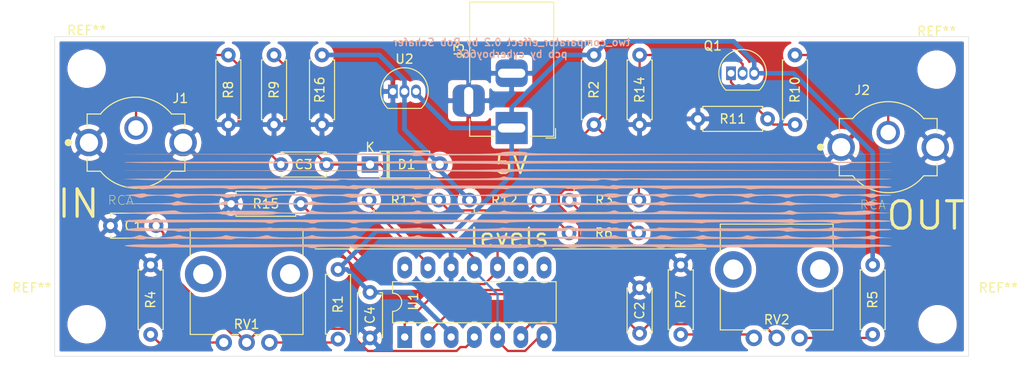
<source format=kicad_pcb>
(kicad_pcb (version 20171130) (host pcbnew "(5.1.4-0-10_14)")
  (title_block (title 2comparatorFX) (date 2020-06-13) (company "circuit designed by Rob Schafer"))
  (layers (0 F.Cu signal) (31 B.Cu signal) (34 B.Paste user) (35 F.Paste user) (36 B.SilkS user) (37 F.SilkS user) (38 B.Mask user) (39 F.Mask user) (44 Edge.Cuts user))
  (net 0 "")
  (net 1 GND)
  (net 2 "Net-(C1-Pad2)")
  (net 3 "Net-(C2-Pad2)")
  (net 4 "Net-(C3-Pad1)")
  (net 5 "Net-(C3-Pad2)")
  (net 6 +1.25V)
  (net 7 "Net-(J2-Pad1)")
  (net 8 +5V)
  (net 9 "Net-(Q1-Pad1)")
  (net 10 "Net-(Q1-Pad2)")
  (net 11 "Net-(R1-Pad2)")
  (net 12 "Net-(R3-Pad1)")
  (net 13 "Net-(R4-Pad2)")
  (net 14 "Net-(R5-Pad2)")
  (net 15 "Net-(R6-Pad1)")
  (net 16 "Net-(R7-Pad2)")
  (net 17 "Net-(R12-Pad1)")
  (net 18 "Net-(R13-Pad1)")
  (net 19 "Net-(U1-Pad8)")
  (net 20 "Net-(U1-Pad9)")
  (net 21 "Net-(U1-Pad14)")
  (module project_parts:scanlines (layer B.Cu) (at 139.5 63 180)
    (fp_text reference G*** hide)
    (fp_text value LOGO hide)
  )
  (module MountingHole:MountingHole_3.2mm_M3 (layer F.Cu) (at 186.6 76.5)
    (fp_text reference REF** (at 6.65 -4) (layer F.SilkS))
    (fp_text value MountingHole_3.2mm_M3)
    (pad 1 np_thru_hole circle (at 0 0) (size 3.2 3.2) (drill 3.2) (layers *.Cu *.Mask))
  )
  (module MountingHole:MountingHole_3.2mm_M3 (layer F.Cu) (at 93.5 76.5)
    (fp_text reference REF** (at -6 -4) (layer F.SilkS))
    (fp_text value MountingHole_3.2mm_M3)
    (pad 1 np_thru_hole circle (at 0 0) (size 3.2 3.2) (drill 3.2) (layers *.Cu *.Mask))
  )
  (module MountingHole:MountingHole_3.2mm_M3 (layer F.Cu) (at 186.5 48.6)
    (fp_text reference REF** (at 0 -4.2) (layer F.SilkS))
    (fp_text value MountingHole_3.2mm_M3)
    (pad 1 np_thru_hole circle (at 0 0) (size 3.2 3.2) (drill 3.2) (layers *.Cu *.Mask))
  )
  (module MountingHole:MountingHole_3.2mm_M3 (layer F.Cu) (at 93.5 48.5)
    (fp_text reference REF** (at 0 -4.2) (layer F.SilkS))
    (fp_text value MountingHole_3.2mm_M3)
    (pad 1 np_thru_hole circle (at 0 0) (size 3.2 3.2) (drill 3.2) (layers *.Cu *.Mask))
  )
  (module Capacitor_THT:C_Disc_D4.7mm_W2.5mm_P5.00mm (layer F.Cu) (at 96.1 65.7)
    (fp_text reference C1 (at 2.5 0) (layer F.SilkS))
    (fp_text value 1u)
    (pad 1 thru_hole circle (at 0 0) (size 1.6 1.6) (drill 0.8) (layers *.Cu *.Mask) (net 1 GND))
    (pad 2 thru_hole circle (at 5 0) (size 1.6 1.6) (drill 0.8) (layers *.Cu *.Mask) (net 2 "Net-(C1-Pad2)"))
  )
  (module Capacitor_THT:C_Disc_D4.7mm_W2.5mm_P5.00mm (layer F.Cu) (at 154 72.5 270)
    (fp_text reference C2 (at 2.5 0 90) (layer F.SilkS))
    (fp_text value 1u)
    (pad 2 thru_hole circle (at 5 0 270) (size 1.6 1.6) (drill 0.8) (layers *.Cu *.Mask) (net 3 "Net-(C2-Pad2)"))
    (pad 1 thru_hole circle (at 0 0 270) (size 1.6 1.6) (drill 0.8) (layers *.Cu *.Mask) (net 1 GND))
  )
  (module Capacitor_THT:C_Disc_D4.7mm_W2.5mm_P5.00mm (layer F.Cu) (at 119.75 59 180)
    (fp_text reference C3 (at 2.5 0) (layer F.SilkS))
    (fp_text value 1u)
    (pad 1 thru_hole circle (at 0 0 180) (size 1.6 1.6) (drill 0.8) (layers *.Cu *.Mask) (net 4 "Net-(C3-Pad1)"))
    (pad 2 thru_hole circle (at 5 0 180) (size 1.6 1.6) (drill 0.8) (layers *.Cu *.Mask) (net 5 "Net-(C3-Pad2)"))
  )
  (module Diode_THT:D_A-405_P7.62mm_Horizontal (layer F.Cu) (at 124.5 59)
    (fp_text reference D1 (at 4 0) (layer F.SilkS))
    (fp_text value 1n914)
    (fp_text user K (at 0 -1.9) (layer F.SilkS))
    (pad 1 thru_hole rect (at 0 0) (size 1.8 1.8) (drill 0.9) (layers *.Cu *.Mask) (net 4 "Net-(C3-Pad1)"))
    (pad 2 thru_hole oval (at 7.62 0) (size 1.8 1.8) (drill 0.9) (layers *.Cu *.Mask) (net 6 +1.25V))
  )
  (module lib_fp:RCJ-024 (layer F.Cu) (at 98.9 56.6)
    (fp_text reference J1 (at 4.85 -4.85) (layer F.SilkS) (effects (font (size 1.00143 1.00143))))
    (fp_text value RCA (at -1.67672 6.32154) (layer F.SilkS) (effects (font (size 1.00104 1.00104) (thickness 0.05))))
    (pad 2 thru_hole circle (at -5.15 0) (size 3 3) (drill 2) (layers *.Cu *.Mask) (net 1 GND))
    (pad 2 thru_hole circle (at 5.15 0) (size 3 3) (drill 2) (layers *.Cu *.Mask) (net 1 GND))
    (pad 1 thru_hole circle (at 0 -1.6) (size 2.55 2.55) (drill 1.7) (layers *.Cu *.Mask) (net 5 "Net-(C3-Pad2)"))
  )
  (module lib_fp:RCJ-024 (layer F.Cu) (at 181.2 57.1)
    (fp_text reference J2 (at -2.84404 -6.24388) (layer F.SilkS) (effects (font (size 1.00143 1.00143))))
    (fp_text value RCA (at -1.67672 6.32154) (layer F.SilkS) (effects (font (size 1.00104 1.00104) (thickness 0.05))))
    (pad 1 thru_hole circle (at 0 -1.6) (size 2.55 2.55) (drill 1.7) (layers *.Cu *.Mask) (net 7 "Net-(J2-Pad1)"))
    (pad 2 thru_hole circle (at 5.15 0) (size 3 3) (drill 2) (layers *.Cu *.Mask) (net 1 GND))
    (pad 2 thru_hole circle (at -5.15 0) (size 3 3) (drill 2) (layers *.Cu *.Mask) (net 1 GND))
  )
  (module Connector_BarrelJack:BarrelJack_Horizontal (layer F.Cu) (at 140 55 270)
    (fp_text reference J3 (at -8.45 5.75 90) (layer F.SilkS))
    (fp_text value Barrel_Jack)
    (pad 1 thru_hole rect (at 0 0 270) (size 3.5 3.5) (drill oval 1 3) (layers *.Cu *.Mask) (net 8 +5V))
    (pad 2 thru_hole roundrect (at -6 0 270) (size 3 3.5) (drill oval 1 3) (layers *.Cu *.Mask) (net 1 GND))
    (pad 3 thru_hole roundrect (at -3 4.7 270) (size 3.5 3.5) (drill oval 3 1) (layers *.Cu *.Mask) (net 1 GND))
  )
  (module Package_TO_SOT_THT:TO-92_Inline (layer F.Cu) (at 164 49)
    (fp_text reference Q1 (at -2 -3) (layer F.SilkS))
    (fp_text value 2N3904)
    (pad 1 thru_hole rect (at 0 0) (size 1.05 1.5) (drill 0.75) (layers *.Cu *.Mask) (net 9 "Net-(Q1-Pad1)"))
    (pad 3 thru_hole oval (at 2.54 0) (size 1.05 1.5) (drill 0.75) (layers *.Cu *.Mask) (net 8 +5V))
    (pad 2 thru_hole oval (at 1.27 0) (size 1.05 1.5) (drill 0.75) (layers *.Cu *.Mask) (net 10 "Net-(Q1-Pad2)"))
  )
  (module Resistor_THT:R_Axial_DIN0207_L6.3mm_D2.5mm_P7.62mm_Horizontal (layer F.Cu) (at 121 70.5 270)
    (fp_text reference R1 (at 3.81 0 90) (layer F.SilkS))
    (fp_text value 4.7k)
    (pad 1 thru_hole circle (at 0 0 270) (size 1.6 1.6) (drill 0.8) (layers *.Cu *.Mask) (net 8 +5V))
    (pad 2 thru_hole oval (at 7.62 0 270) (size 1.6 1.6) (drill 0.8) (layers *.Cu *.Mask) (net 11 "Net-(R1-Pad2)"))
  )
  (module Resistor_THT:R_Axial_DIN0207_L6.3mm_D2.5mm_P7.62mm_Horizontal (layer F.Cu) (at 149 47 270)
    (fp_text reference R2 (at 3.81 0 90) (layer F.SilkS))
    (fp_text value 1k)
    (pad 2 thru_hole oval (at 7.62 0 270) (size 1.6 1.6) (drill 0.8) (layers *.Cu *.Mask) (net 10 "Net-(Q1-Pad2)"))
    (pad 1 thru_hole circle (at 0 0 270) (size 1.6 1.6) (drill 0.8) (layers *.Cu *.Mask) (net 8 +5V))
  )
  (module Resistor_THT:R_Axial_DIN0207_L6.3mm_D2.5mm_P7.62mm_Horizontal (layer F.Cu) (at 146.3 62.9)
    (fp_text reference R3 (at 3.81 0) (layer F.SilkS))
    (fp_text value 1.2k)
    (pad 1 thru_hole circle (at 0 0) (size 1.6 1.6) (drill 0.8) (layers *.Cu *.Mask) (net 12 "Net-(R3-Pad1)"))
    (pad 2 thru_hole oval (at 7.62 0) (size 1.6 1.6) (drill 0.8) (layers *.Cu *.Mask) (net 10 "Net-(Q1-Pad2)"))
  )
  (module Resistor_THT:R_Axial_DIN0207_L6.3mm_D2.5mm_P7.62mm_Horizontal (layer F.Cu) (at 100.5 70 270)
    (fp_text reference R4 (at 3.81 0 90) (layer F.SilkS))
    (fp_text value 1.2k)
    (pad 2 thru_hole oval (at 7.62 0 270) (size 1.6 1.6) (drill 0.8) (layers *.Cu *.Mask) (net 13 "Net-(R4-Pad2)"))
    (pad 1 thru_hole circle (at 0 0 270) (size 1.6 1.6) (drill 0.8) (layers *.Cu *.Mask) (net 1 GND))
  )
  (module Resistor_THT:R_Axial_DIN0207_L6.3mm_D2.5mm_P7.62mm_Horizontal (layer F.Cu) (at 179.5 70 270)
    (fp_text reference R5 (at 3.81 0 90) (layer F.SilkS))
    (fp_text value 4.7k)
    (pad 2 thru_hole oval (at 7.62 0 270) (size 1.6 1.6) (drill 0.8) (layers *.Cu *.Mask) (net 14 "Net-(R5-Pad2)"))
    (pad 1 thru_hole circle (at 0 0 270) (size 1.6 1.6) (drill 0.8) (layers *.Cu *.Mask) (net 8 +5V))
  )
  (module Resistor_THT:R_Axial_DIN0207_L6.3mm_D2.5mm_P7.62mm_Horizontal (layer F.Cu) (at 153.9 66.5 180)
    (fp_text reference R6 (at 3.81 0) (layer F.SilkS))
    (fp_text value 680)
    (pad 2 thru_hole oval (at 7.62 0 180) (size 1.6 1.6) (drill 0.8) (layers *.Cu *.Mask) (net 10 "Net-(Q1-Pad2)"))
    (pad 1 thru_hole circle (at 0 0 180) (size 1.6 1.6) (drill 0.8) (layers *.Cu *.Mask) (net 15 "Net-(R6-Pad1)"))
  )
  (module Resistor_THT:R_Axial_DIN0207_L6.3mm_D2.5mm_P7.62mm_Horizontal (layer F.Cu) (at 158.5 70 270)
    (fp_text reference R7 (at 3.81 0 90) (layer F.SilkS))
    (fp_text value 1.2k)
    (pad 1 thru_hole circle (at 0 0 270) (size 1.6 1.6) (drill 0.8) (layers *.Cu *.Mask) (net 1 GND))
    (pad 2 thru_hole oval (at 7.62 0 270) (size 1.6 1.6) (drill 0.8) (layers *.Cu *.Mask) (net 16 "Net-(R7-Pad2)"))
  )
  (module Resistor_THT:R_Axial_DIN0207_L6.3mm_D2.5mm_P7.62mm_Horizontal (layer F.Cu) (at 109 47 270)
    (fp_text reference R8 (at 3.81 0 90) (layer F.SilkS))
    (fp_text value 75)
    (pad 1 thru_hole circle (at 0 0 270) (size 1.6 1.6) (drill 0.8) (layers *.Cu *.Mask) (net 5 "Net-(C3-Pad2)"))
    (pad 2 thru_hole oval (at 7.62 0 270) (size 1.6 1.6) (drill 0.8) (layers *.Cu *.Mask) (net 1 GND))
  )
  (module Resistor_THT:R_Axial_DIN0207_L6.3mm_D2.5mm_P7.62mm_Horizontal (layer F.Cu) (at 114 47 270)
    (fp_text reference R9 (at 3.81 0 90) (layer F.SilkS))
    (fp_text value 150k)
    (pad 2 thru_hole oval (at 7.62 0 270) (size 1.6 1.6) (drill 0.8) (layers *.Cu *.Mask) (net 1 GND))
    (pad 1 thru_hole circle (at 0 0 270) (size 1.6 1.6) (drill 0.8) (layers *.Cu *.Mask) (net 4 "Net-(C3-Pad1)"))
  )
  (module Resistor_THT:R_Axial_DIN0207_L6.3mm_D2.5mm_P7.62mm_Horizontal (layer F.Cu) (at 171 47 270)
    (fp_text reference R10 (at 3.81 0 90) (layer F.SilkS))
    (fp_text value 75)
    (pad 2 thru_hole oval (at 7.62 0 270) (size 1.6 1.6) (drill 0.8) (layers *.Cu *.Mask) (net 9 "Net-(Q1-Pad1)"))
    (pad 1 thru_hole circle (at 0 0 270) (size 1.6 1.6) (drill 0.8) (layers *.Cu *.Mask) (net 7 "Net-(J2-Pad1)"))
  )
  (module Resistor_THT:R_Axial_DIN0207_L6.3mm_D2.5mm_P7.62mm_Horizontal (layer F.Cu) (at 168 54 180)
    (fp_text reference R11 (at 3.81 0) (layer F.SilkS))
    (fp_text value 47)
    (pad 1 thru_hole circle (at 0 0 180) (size 1.6 1.6) (drill 0.8) (layers *.Cu *.Mask) (net 9 "Net-(Q1-Pad1)"))
    (pad 2 thru_hole oval (at 7.62 0 180) (size 1.6 1.6) (drill 0.8) (layers *.Cu *.Mask) (net 1 GND))
  )
  (module Resistor_THT:R_Axial_DIN0207_L6.3mm_D2.5mm_P7.62mm_Horizontal (layer F.Cu) (at 143 62.9 180)
    (fp_text reference R12 (at 3.81 0) (layer F.SilkS))
    (fp_text value 470)
    (pad 1 thru_hole circle (at 0 0 180) (size 1.6 1.6) (drill 0.8) (layers *.Cu *.Mask) (net 17 "Net-(R12-Pad1)"))
    (pad 2 thru_hole oval (at 7.62 0 180) (size 1.6 1.6) (drill 0.8) (layers *.Cu *.Mask) (net 6 +1.25V))
  )
  (module Resistor_THT:R_Axial_DIN0207_L6.3mm_D2.5mm_P7.62mm_Horizontal (layer F.Cu) (at 124.4 62.9)
    (fp_text reference R13 (at 3.81 0) (layer F.SilkS))
    (fp_text value 180)
    (pad 1 thru_hole circle (at 0 0) (size 1.6 1.6) (drill 0.8) (layers *.Cu *.Mask) (net 18 "Net-(R13-Pad1)"))
    (pad 2 thru_hole oval (at 7.62 0) (size 1.6 1.6) (drill 0.8) (layers *.Cu *.Mask) (net 10 "Net-(Q1-Pad2)"))
  )
  (module Resistor_THT:R_Axial_DIN0207_L6.3mm_D2.5mm_P7.62mm_Horizontal (layer F.Cu) (at 154 47 270)
    (fp_text reference R14 (at 3.81 0 90) (layer F.SilkS))
    (fp_text value 1.5k)
    (pad 2 thru_hole oval (at 7.62 0 270) (size 1.6 1.6) (drill 0.8) (layers *.Cu *.Mask) (net 1 GND))
    (pad 1 thru_hole circle (at 0 0 270) (size 1.6 1.6) (drill 0.8) (layers *.Cu *.Mask) (net 10 "Net-(Q1-Pad2)"))
  )
  (module Resistor_THT:R_Axial_DIN0207_L6.3mm_D2.5mm_P7.62mm_Horizontal (layer F.Cu) (at 109.3 63.3)
    (fp_text reference R15 (at 3.81 0) (layer F.SilkS))
    (fp_text value 1k)
    (pad 2 thru_hole oval (at 7.62 0) (size 1.6 1.6) (drill 0.8) (layers *.Cu *.Mask) (net 17 "Net-(R12-Pad1)"))
    (pad 1 thru_hole circle (at 0 0) (size 1.6 1.6) (drill 0.8) (layers *.Cu *.Mask) (net 1 GND))
  )
  (module Resistor_THT:R_Axial_DIN0207_L6.3mm_D2.5mm_P7.62mm_Horizontal (layer F.Cu) (at 119.25 47 270)
    (fp_text reference R16 (at 3.81 0.25 90) (layer F.SilkS))
    (fp_text value 100)
    (pad 1 thru_hole circle (at 0 0 270) (size 1.6 1.6) (drill 0.8) (layers *.Cu *.Mask) (net 6 +1.25V))
    (pad 2 thru_hole oval (at 7.62 0 270) (size 1.6 1.6) (drill 0.8) (layers *.Cu *.Mask) (net 1 GND))
  )
  (module lib_fp:Potentiometer_Vertical_Large (layer F.Cu) (at 113.5 78.5 90)
    (fp_text reference RV1 (at 2 -2.5 180) (layer F.SilkS))
    (fp_text value 1k)
    (pad "" np_thru_hole circle (at 7.5 2.25 90) (size 4 4) (drill 2.2) (layers *.Cu *.Mask))
    (pad "" np_thru_hole circle (at 7.5 -7.25 90) (size 4 4) (drill 2.2) (layers *.Cu *.Mask))
    (pad 1 thru_hole circle (at 0 0 90) (size 1.8 1.8) (drill 1) (layers *.Cu *.Mask) (net 11 "Net-(R1-Pad2)"))
    (pad 2 thru_hole circle (at 0 -2.5 90) (size 1.8 1.8) (drill 1) (layers *.Cu *.Mask) (net 2 "Net-(C1-Pad2)"))
    (pad 3 thru_hole circle (at 0 -5 90) (size 1.8 1.8) (drill 1) (layers *.Cu *.Mask) (net 13 "Net-(R4-Pad2)"))
  )
  (module lib_fp:Potentiometer_Vertical_Large (layer F.Cu) (at 171.5 78 90)
    (fp_text reference RV2 (at 2 -2.5 180) (layer F.SilkS))
    (fp_text value 1k)
    (pad 3 thru_hole circle (at 0 -5 90) (size 1.8 1.8) (drill 1) (layers *.Cu *.Mask) (net 16 "Net-(R7-Pad2)"))
    (pad 2 thru_hole circle (at 0 -2.5 90) (size 1.8 1.8) (drill 1) (layers *.Cu *.Mask) (net 3 "Net-(C2-Pad2)"))
    (pad 1 thru_hole circle (at 0 0 90) (size 1.8 1.8) (drill 1) (layers *.Cu *.Mask) (net 14 "Net-(R5-Pad2)"))
    (pad "" np_thru_hole circle (at 7.5 -7.25 90) (size 4 4) (drill 2.2) (layers *.Cu *.Mask))
    (pad "" np_thru_hole circle (at 7.5 2.25 90) (size 4 4) (drill 2.2) (layers *.Cu *.Mask))
  )
  (module Package_TO_SOT_THT:TO-92_Inline (layer F.Cu) (at 127 51)
    (fp_text reference U2 (at 1.27 -3.56) (layer F.SilkS))
    (fp_text value LM317)
    (pad 2 thru_hole oval (at 1.27 0) (size 1.05 1.5) (drill 0.75) (layers *.Cu *.Mask) (net 6 +1.25V))
    (pad 3 thru_hole oval (at 2.54 0) (size 1.05 1.5) (drill 0.75) (layers *.Cu *.Mask) (net 8 +5V))
    (pad 1 thru_hole rect (at 0 0) (size 1.05 1.5) (drill 0.75) (layers *.Cu *.Mask) (net 1 GND))
  )
  (module Capacitor_THT:C_Disc_D4.7mm_W2.5mm_P5.00mm (layer F.Cu) (at 124.5 73 270)
    (fp_text reference C4 (at 2.5 0 90) (layer F.SilkS))
    (fp_text value 0.1u)
    (pad 1 thru_hole circle (at 0 0 270) (size 1.6 1.6) (drill 0.8) (layers *.Cu *.Mask) (net 8 +5V))
    (pad 2 thru_hole circle (at 5 0 270) (size 1.6 1.6) (drill 0.8) (layers *.Cu *.Mask) (net 1 GND))
  )
  (module Package_DIP:DIP-14_W7.62mm_LongPads (layer F.Cu) (at 128.3 77.9 90)
    (fp_text reference U1 (at 3.9 0.95 90) (layer F.SilkS))
    (fp_text value LM339)
    (pad 1 thru_hole rect (at 0 0 90) (size 2.4 1.6) (drill 0.8) (layers *.Cu *.Mask) (net 15 "Net-(R6-Pad1)"))
    (pad 8 thru_hole oval (at 7.62 15.24 90) (size 2.4 1.6) (drill 0.8) (layers *.Cu *.Mask) (net 19 "Net-(U1-Pad8)"))
    (pad 2 thru_hole oval (at 0 2.54 90) (size 2.4 1.6) (drill 0.8) (layers *.Cu *.Mask) (net 12 "Net-(R3-Pad1)"))
    (pad 9 thru_hole oval (at 7.62 12.7 90) (size 2.4 1.6) (drill 0.8) (layers *.Cu *.Mask) (net 20 "Net-(U1-Pad9)"))
    (pad 3 thru_hole oval (at 0 5.08 90) (size 2.4 1.6) (drill 0.8) (layers *.Cu *.Mask) (net 8 +5V))
    (pad 10 thru_hole oval (at 7.62 10.16 90) (size 2.4 1.6) (drill 0.8) (layers *.Cu *.Mask) (net 17 "Net-(R12-Pad1)"))
    (pad 4 thru_hole oval (at 0 7.62 90) (size 2.4 1.6) (drill 0.8) (layers *.Cu *.Mask) (net 2 "Net-(C1-Pad2)"))
    (pad 11 thru_hole oval (at 7.62 7.62 90) (size 2.4 1.6) (drill 0.8) (layers *.Cu *.Mask) (net 4 "Net-(C3-Pad1)"))
    (pad 5 thru_hole oval (at 0 10.16 90) (size 2.4 1.6) (drill 0.8) (layers *.Cu *.Mask) (net 4 "Net-(C3-Pad1)"))
    (pad 12 thru_hole oval (at 7.62 5.08 90) (size 2.4 1.6) (drill 0.8) (layers *.Cu *.Mask) (net 1 GND))
    (pad 6 thru_hole oval (at 0 12.7 90) (size 2.4 1.6) (drill 0.8) (layers *.Cu *.Mask) (net 3 "Net-(C2-Pad2)"))
    (pad 13 thru_hole oval (at 7.62 2.54 90) (size 2.4 1.6) (drill 0.8) (layers *.Cu *.Mask) (net 18 "Net-(R13-Pad1)"))
    (pad 7 thru_hole oval (at 0 15.24 90) (size 2.4 1.6) (drill 0.8) (layers *.Cu *.Mask) (net 4 "Net-(C3-Pad1)"))
    (pad 14 thru_hole oval (at 7.62 0 90) (size 2.4 1.6) (drill 0.8) (layers *.Cu *.Mask) (net 21 "Net-(U1-Pad14)"))
  )
  (gr_line (start 135 68.25) (end 118.5 68.25) (layer F.SilkS) (width 0.12))
  (gr_line (start 144.5 68.25) (end 161.25 68.25) (layer F.SilkS) (width 0.12))
  (gr_text levels (at 139.75 67) (layer F.SilkS) (effects (font (size 2 2) (thickness 0.25))))
  (gr_text "two_comparator_effect 0.2 by Rob Schafer\npcb by cyberboy666" (at 140 46.25) (layer B.SilkS) (effects (font (size 0.8 0.8)) (justify mirror)))
  (gr_text 5V (at 140 59) (layer F.SilkS) (effects (font (size 2 2) (thickness 0.25))))
  (gr_text OUT (at 185.3 64.6) (layer F.SilkS) (effects (font (size 3 3) (thickness 0.35))))
  (gr_text IN (at 92.6 63.3) (layer F.SilkS) (effects (font (size 3 3) (thickness 0.35))))
  (gr_line (start 90 80) (end 90 45) (layer Edge.Cuts) (width 0.05))
  (gr_line (start 190 80) (end 90 80) (layer Edge.Cuts) (width 0.05))
  (gr_line (start 190 45) (end 190 80) (layer Edge.Cuts) (width 0.05))
  (gr_line (start 90 45) (end 190 45) (layer Edge.Cuts) (width 0.05))
  (segment (start 101.899999 66.499999) (end 101.1 65.7) (width 0.25) (layer F.Cu) (net 2))
  (segment (start 101.899999 70.091001) (end 101.899999 66.499999) (width 0.25) (layer F.Cu) (net 2))
  (segment (start 109.408999 77.600001) (end 101.899999 70.091001) (width 0.25) (layer F.Cu) (net 2))
  (segment (start 110.100001 77.600001) (end 109.408999 77.600001) (width 0.25) (layer F.Cu) (net 2))
  (segment (start 111 78.5) (end 110.100001 77.600001) (width 0.25) (layer F.Cu) (net 2))
  (segment (start 135.92 78.08) (end 135.92 77.9) (width 0.25) (layer F.Cu) (net 2))
  (segment (start 135 79) (end 135.92 78.08) (width 0.25) (layer F.Cu) (net 2))
  (segment (start 121.829997 76.994999) (end 124.260008 79.42501) (width 0.25) (layer F.Cu) (net 2))
  (segment (start 133.97499 79.42501) (end 134.4 79) (width 0.25) (layer F.Cu) (net 2))
  (segment (start 124.260008 79.42501) (end 133.97499 79.42501) (width 0.25) (layer F.Cu) (net 2))
  (segment (start 112.505001 76.994999) (end 121.829997 76.994999) (width 0.25) (layer F.Cu) (net 2))
  (segment (start 134.4 79) (end 135 79) (width 0.25) (layer F.Cu) (net 2))
  (segment (start 111 78.5) (end 112.505001 76.994999) (width 0.25) (layer F.Cu) (net 2))
  (segment (start 142.12501 76.37499) (end 141 77.5) (width 0.25) (layer F.Cu) (net 3))
  (segment (start 141 77.5) (end 141 77.9) (width 0.25) (layer F.Cu) (net 3))
  (segment (start 152.87499 76.37499) (end 142.12501 76.37499) (width 0.25) (layer F.Cu) (net 3))
  (segment (start 154 77.5) (end 152.87499 76.37499) (width 0.25) (layer F.Cu) (net 3))
  (segment (start 168.100001 77.100001) (end 169 78) (width 0.25) (layer F.Cu) (net 3))
  (segment (start 167.494999 76.494999) (end 168.100001 77.100001) (width 0.25) (layer F.Cu) (net 3))
  (segment (start 155.005001 76.494999) (end 167.494999 76.494999) (width 0.25) (layer F.Cu) (net 3))
  (segment (start 154 77.5) (end 155.005001 76.494999) (width 0.25) (layer F.Cu) (net 3))
  (segment (start 118.950001 58.200001) (end 119.75 59) (width 0.25) (layer F.Cu) (net 4))
  (segment (start 115.125001 54.375001) (end 118.950001 58.200001) (width 0.25) (layer F.Cu) (net 4))
  (segment (start 115.125001 48.125001) (end 115.125001 54.375001) (width 0.25) (layer F.Cu) (net 4))
  (segment (start 114 47) (end 115.125001 48.125001) (width 0.25) (layer F.Cu) (net 4))
  (segment (start 119.75 59) (end 124.5 59) (width 0.25) (layer F.Cu) (net 4))
  (segment (start 125.65 59) (end 124.5 59) (width 0.25) (layer F.Cu) (net 4))
  (segment (start 135.92 69.27) (end 125.65 59) (width 0.25) (layer F.Cu) (net 4))
  (segment (start 135.92 70.28) (end 135.92 69.27) (width 0.25) (layer F.Cu) (net 4))
  (segment (start 138.46 78.3) (end 138.46 77.9) (width 0.25) (layer F.Cu) (net 4))
  (segment (start 141.465994 79.42501) (end 139.58501 79.42501) (width 0.25) (layer F.Cu) (net 4))
  (segment (start 139.58501 79.42501) (end 138.46 78.3) (width 0.25) (layer F.Cu) (net 4))
  (segment (start 142.991004 77.9) (end 141.465994 79.42501) (width 0.25) (layer F.Cu) (net 4))
  (segment (start 143.54 77.9) (end 142.991004 77.9) (width 0.25) (layer F.Cu) (net 4))
  (segment (start 135.92 70.68) (end 135.92 70.28) (width 0.25) (layer B.Cu) (net 4))
  (segment (start 138.46 73.22) (end 135.92 70.68) (width 0.25) (layer B.Cu) (net 4))
  (segment (start 138.46 77.9) (end 138.46 73.22) (width 0.25) (layer B.Cu) (net 4))
  (segment (start 113.950001 58.200001) (end 114.75 59) (width 0.25) (layer F.Cu) (net 5))
  (segment (start 110.125001 54.375001) (end 113.950001 58.200001) (width 0.25) (layer F.Cu) (net 5))
  (segment (start 110.125001 48.125001) (end 110.125001 54.375001) (width 0.25) (layer F.Cu) (net 5))
  (segment (start 109 47) (end 110.125001 48.125001) (width 0.25) (layer F.Cu) (net 5))
  (segment (start 98.9 50.5) (end 98.9 55) (width 0.25) (layer F.Cu) (net 5))
  (segment (start 102.4 47) (end 98.9 50.5) (width 0.25) (layer F.Cu) (net 5))
  (segment (start 109 47) (end 102.4 47) (width 0.25) (layer F.Cu) (net 5))
  (segment (start 125.52 47) (end 119.25 47) (width 0.5) (layer B.Cu) (net 6))
  (segment (start 128.27 49.75) (end 125.52 47) (width 0.5) (layer B.Cu) (net 6))
  (segment (start 128.27 51) (end 128.27 49.75) (width 0.5) (layer B.Cu) (net 6))
  (segment (start 128.27 55.15) (end 132.12 59) (width 0.5) (layer B.Cu) (net 6))
  (segment (start 128.27 51) (end 128.27 55.15) (width 0.5) (layer B.Cu) (net 6))
  (segment (start 132.12 59.64) (end 132.12 59) (width 0.5) (layer B.Cu) (net 6))
  (segment (start 135.38 62.9) (end 132.12 59.64) (width 0.5) (layer B.Cu) (net 6))
  (segment (start 177.6 47) (end 171 47) (width 0.25) (layer F.Cu) (net 7))
  (segment (start 181.2 50.6) (end 177.6 47) (width 0.25) (layer F.Cu) (net 7))
  (segment (start 181.2 55.5) (end 181.2 50.6) (width 0.25) (layer F.Cu) (net 7))
  (segment (start 129.54 51.225) (end 129.54 51) (width 0.5) (layer B.Cu) (net 8))
  (segment (start 133.315 55) (end 129.54 51.225) (width 0.5) (layer B.Cu) (net 8))
  (segment (start 140 55) (end 133.315 55) (width 0.5) (layer B.Cu) (net 8))
  (segment (start 147.86863 47) (end 149 47) (width 0.5) (layer B.Cu) (net 8))
  (segment (start 140 52.75) (end 145.75 47) (width 0.5) (layer B.Cu) (net 8))
  (segment (start 145.75 47) (end 147.86863 47) (width 0.5) (layer B.Cu) (net 8))
  (segment (start 140 55) (end 140 52.75) (width 0.5) (layer B.Cu) (net 8))
  (segment (start 166.54 47.75) (end 166.54 49) (width 0.5) (layer B.Cu) (net 8))
  (segment (start 164.29 45.5) (end 166.54 47.75) (width 0.5) (layer B.Cu) (net 8))
  (segment (start 150.5 45.5) (end 164.29 45.5) (width 0.5) (layer B.Cu) (net 8))
  (segment (start 149 47) (end 150.5 45.5) (width 0.5) (layer B.Cu) (net 8))
  (segment (start 140 55) (end 140 56.2) (width 0.5) (layer B.Cu) (net 8))
  (segment (start 122 70.5) (end 124.5 73) (width 0.5) (layer B.Cu) (net 8))
  (segment (start 121 70.5) (end 122 70.5) (width 0.5) (layer B.Cu) (net 8))
  (segment (start 128.88 73) (end 133.38 77.5) (width 0.5) (layer B.Cu) (net 8))
  (segment (start 124.5 73) (end 128.88 73) (width 0.5) (layer B.Cu) (net 8))
  (segment (start 179.5 57.663998) (end 179.5 68.86863) (width 0.5) (layer B.Cu) (net 8))
  (segment (start 179.5 68.86863) (end 179.5 70) (width 0.5) (layer B.Cu) (net 8))
  (segment (start 170.836002 49) (end 179.5 57.663998) (width 0.5) (layer B.Cu) (net 8))
  (segment (start 166.54 49) (end 170.836002 49) (width 0.5) (layer B.Cu) (net 8))
  (segment (start 133.38 77.5) (end 133.38 77.9) (width 0.5) (layer B.Cu) (net 8))
  (segment (start 140 60.130002) (end 140 57.25) (width 0.5) (layer B.Cu) (net 8))
  (segment (start 140 57.25) (end 140 55) (width 0.5) (layer B.Cu) (net 8))
  (segment (start 133.830002 66.3) (end 140 60.130002) (width 0.5) (layer B.Cu) (net 8))
  (segment (start 125.2 66.3) (end 133.830002 66.3) (width 0.5) (layer B.Cu) (net 8))
  (segment (start 121 70.5) (end 125.2 66.3) (width 0.5) (layer B.Cu) (net 8))
  (segment (start 168.62 54.62) (end 168 54) (width 0.25) (layer F.Cu) (net 9))
  (segment (start 171 54.62) (end 168.62 54.62) (width 0.25) (layer F.Cu) (net 9))
  (segment (start 164 50) (end 164 49) (width 0.25) (layer F.Cu) (net 9))
  (segment (start 168 54) (end 164 50) (width 0.25) (layer F.Cu) (net 9))
  (segment (start 165.27 49.225) (end 165.27 49) (width 0.25) (layer F.Cu) (net 10))
  (segment (start 155.13137 47) (end 154 47) (width 0.25) (layer F.Cu) (net 10))
  (segment (start 164.27 47) (end 155.13137 47) (width 0.25) (layer F.Cu) (net 10))
  (segment (start 165.27 48) (end 164.27 47) (width 0.25) (layer F.Cu) (net 10))
  (segment (start 165.27 49) (end 165.27 48) (width 0.25) (layer F.Cu) (net 10))
  (segment (start 154 49.62) (end 149 54.62) (width 0.25) (layer F.Cu) (net 10))
  (segment (start 154 47) (end 154 49.62) (width 0.25) (layer F.Cu) (net 10))
  (segment (start 154.02 62.8) (end 153.92 62.9) (width 0.25) (layer F.Cu) (net 10))
  (segment (start 153.92 59.54) (end 149 54.62) (width 0.25) (layer F.Cu) (net 10))
  (segment (start 153.92 62.9) (end 153.92 59.54) (width 0.25) (layer F.Cu) (net 10))
  (segment (start 148.200001 55.419999) (end 149 54.62) (width 0.25) (layer F.Cu) (net 10))
  (segment (start 133.145001 64.025001) (end 139.594999 64.025001) (width 0.25) (layer F.Cu) (net 10))
  (segment (start 132.02 62.9) (end 133.145001 64.025001) (width 0.25) (layer F.Cu) (net 10))
  (segment (start 144.704989 60.404989) (end 143.96 59.66) (width 0.25) (layer F.Cu) (net 10))
  (segment (start 146.28 66.5) (end 144.704989 64.924989) (width 0.25) (layer F.Cu) (net 10))
  (segment (start 144.704989 64.924989) (end 144.704989 60.404989) (width 0.25) (layer F.Cu) (net 10))
  (segment (start 143.96 59.66) (end 148.200001 55.419999) (width 0.25) (layer F.Cu) (net 10))
  (segment (start 139.594999 64.025001) (end 143.96 59.66) (width 0.25) (layer F.Cu) (net 10))
  (segment (start 120.62 78.5) (end 121 78.12) (width 0.25) (layer F.Cu) (net 11))
  (segment (start 113.5 78.5) (end 120.62 78.5) (width 0.25) (layer F.Cu) (net 11))
  (segment (start 148.2 64.8) (end 146.3 62.9) (width 0.25) (layer F.Cu) (net 12))
  (segment (start 130.84 77.5) (end 135.14 73.2) (width 0.25) (layer F.Cu) (net 12))
  (segment (start 144.3 73.2) (end 148.2 69.3) (width 0.25) (layer F.Cu) (net 12))
  (segment (start 130.84 77.9) (end 130.84 77.5) (width 0.25) (layer F.Cu) (net 12))
  (segment (start 135.14 73.2) (end 144.3 73.2) (width 0.25) (layer F.Cu) (net 12))
  (segment (start 148.2 69.3) (end 148.2 64.8) (width 0.25) (layer F.Cu) (net 12))
  (segment (start 101.38 78.5) (end 100.5 77.62) (width 0.25) (layer F.Cu) (net 13))
  (segment (start 108.5 78.5) (end 101.38 78.5) (width 0.25) (layer F.Cu) (net 13))
  (segment (start 179.12 78) (end 179.5 77.62) (width 0.25) (layer F.Cu) (net 14))
  (segment (start 171.5 78) (end 179.12 78) (width 0.25) (layer F.Cu) (net 14))
  (segment (start 128.3 77.9) (end 128.3 77.5) (width 0.25) (layer F.Cu) (net 15))
  (segment (start 143.65001 72.74999) (end 132.00001 72.74999) (width 0.25) (layer F.Cu) (net 15))
  (segment (start 128.3 76.45) (end 128.3 77.9) (width 0.25) (layer F.Cu) (net 15))
  (segment (start 147.405001 68.994999) (end 143.65001 72.74999) (width 0.25) (layer F.Cu) (net 15))
  (segment (start 132.00001 72.74999) (end 128.3 76.45) (width 0.25) (layer F.Cu) (net 15))
  (segment (start 147.405001 65.670003) (end 147.405001 68.994999) (width 0.25) (layer F.Cu) (net 15))
  (segment (start 153.9 66.5) (end 149.174999 61.774999) (width 0.25) (layer F.Cu) (net 15))
  (segment (start 145.154999 63.420001) (end 147.405001 65.670003) (width 0.25) (layer F.Cu) (net 15))
  (segment (start 145.154999 62.379999) (end 145.154999 63.420001) (width 0.25) (layer F.Cu) (net 15))
  (segment (start 149.174999 61.774999) (end 145.759999 61.774999) (width 0.25) (layer F.Cu) (net 15))
  (segment (start 145.759999 61.774999) (end 145.154999 62.379999) (width 0.25) (layer F.Cu) (net 15))
  (segment (start 166.12 77.62) (end 166.5 78) (width 0.25) (layer F.Cu) (net 16))
  (segment (start 158.5 77.62) (end 166.12 77.62) (width 0.25) (layer F.Cu) (net 16))
  (segment (start 138.46 67.44) (end 138.46 70.28) (width 0.25) (layer F.Cu) (net 17))
  (segment (start 143 62.9) (end 138.46 67.44) (width 0.25) (layer F.Cu) (net 17))
  (segment (start 138.46 70.68) (end 138.46 70.28) (width 0.25) (layer F.Cu) (net 17))
  (segment (start 137.04 72.1) (end 138.46 70.68) (width 0.25) (layer F.Cu) (net 17))
  (segment (start 125.72 72.1) (end 137.04 72.1) (width 0.25) (layer F.Cu) (net 17))
  (segment (start 116.92 63.3) (end 125.72 72.1) (width 0.25) (layer F.Cu) (net 17))
  (segment (start 124.4 63.44) (end 124.4 62.9) (width 0.25) (layer F.Cu) (net 18))
  (segment (start 130.84 69.88) (end 124.4 63.44) (width 0.25) (layer F.Cu) (net 18))
  (segment (start 130.84 70.28) (end 130.84 69.88) (width 0.25) (layer F.Cu) (net 18))
  (zone (net 1) (net_name GND) (layer F.Cu) (connect_pads (clearance 0.508)) (min_thickness 0.254) (fill yes (arc_segments 32) (thermal_gap 0.508) (thermal_bridge_width 0.508))
    (polygon (pts (xy 90 45) (xy 190 45) (xy 190 80) (xy 90 80)))
  )
  (zone (net 1) (net_name GND) (layer B.Cu) (connect_pads (clearance 0.508)) (min_thickness 0.254) (fill yes (arc_segments 32) (thermal_gap 0.508) (thermal_bridge_width 0.508))
    (polygon (pts (xy 90 45) (xy 190 45) (xy 190 80) (xy 90 80)))
  )
)
</source>
